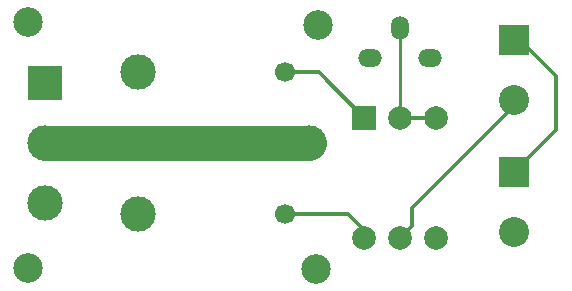
<source format=gtl>
G04 #@! TF.FileFunction,Copper,L1,Top,Signal*
%FSLAX46Y46*%
G04 Gerber Fmt 4.6, Leading zero omitted, Abs format (unit mm)*
G04 Created by KiCad (PCBNEW 4.0.1-stable) date 15/06/2016 21:54:59*
%MOMM*%
G01*
G04 APERTURE LIST*
%ADD10C,0.100000*%
%ADD11C,2.500000*%
%ADD12C,1.998980*%
%ADD13R,1.998980X1.998980*%
%ADD14R,2.540000X2.540000*%
%ADD15C,2.540000*%
%ADD16O,1.501140X1.998980*%
%ADD17O,1.998980X1.501140*%
%ADD18C,3.000000*%
%ADD19C,1.700000*%
%ADD20R,3.000000X3.000000*%
%ADD21C,0.300000*%
%ADD22C,0.250000*%
%ADD23C,3.000000*%
%ADD24C,0.500000*%
G04 APERTURE END LIST*
D10*
D11*
X131064000Y-122555000D03*
X131191000Y-101854000D03*
X106680000Y-122428000D03*
X106680000Y-101600000D03*
D12*
X135130540Y-119888000D03*
D13*
X135130540Y-109728000D03*
D14*
X147828000Y-103124000D03*
D15*
X147828000Y-108204000D03*
D14*
X147828000Y-114300000D03*
D15*
X147828000Y-119380000D03*
D16*
X138176000Y-102108000D03*
D17*
X135636000Y-104648000D03*
X140716000Y-104648000D03*
D12*
X138176000Y-109728000D03*
X138176000Y-119888000D03*
X141224000Y-109728000D03*
X141224000Y-119888000D03*
D18*
X115936000Y-105879000D03*
X115936000Y-117879000D03*
D19*
X128436000Y-117879000D03*
D18*
X130436000Y-111879000D03*
D19*
X128436000Y-105879000D03*
D20*
X108077000Y-106807000D03*
D18*
X108077000Y-111887000D03*
X108077000Y-116967000D03*
D21*
X135130540Y-119888000D02*
X135130540Y-119255540D01*
X135130540Y-119255540D02*
X133754000Y-117879000D01*
X133754000Y-117879000D02*
X128436000Y-117879000D01*
X135130540Y-119888000D02*
X135130540Y-119885460D01*
X128436000Y-105879000D02*
X131279000Y-105879000D01*
X131279000Y-105879000D02*
X135128000Y-109728000D01*
X135128000Y-109728000D02*
X135130540Y-109728000D01*
X147828000Y-103124000D02*
X148336000Y-103124000D01*
X148336000Y-103124000D02*
X151384000Y-106172000D01*
X151384000Y-110744000D02*
X147828000Y-114300000D01*
X151384000Y-106172000D02*
X151384000Y-110744000D01*
X147828000Y-108204000D02*
X147828000Y-108712000D01*
X147828000Y-108712000D02*
X139192000Y-117348000D01*
X139192000Y-117348000D02*
X139192000Y-118872000D01*
X139192000Y-118872000D02*
X138176000Y-119888000D01*
D22*
X138176000Y-102108000D02*
X138176000Y-109728000D01*
D21*
X138176000Y-109728000D02*
X141224000Y-109728000D01*
D23*
X130436000Y-111879000D02*
X108085000Y-111879000D01*
D24*
X108085000Y-111879000D02*
X108077000Y-111887000D01*
M02*

</source>
